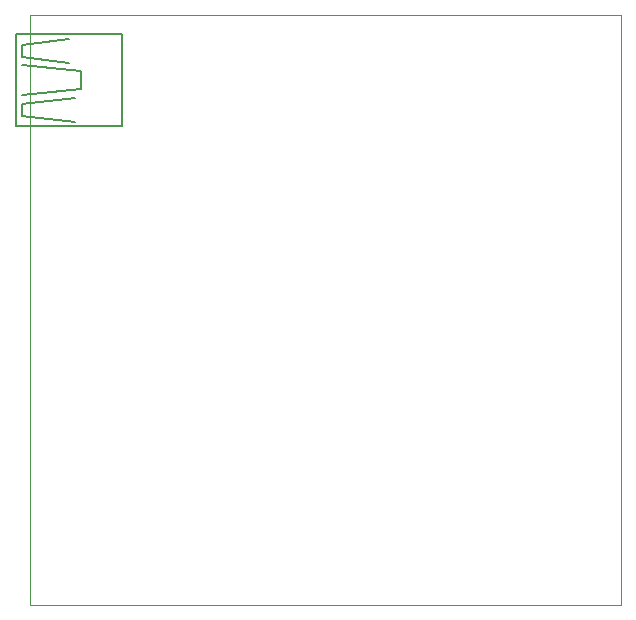
<source format=gbo>
G75*
%MOIN*%
%OFA0B0*%
%FSLAX25Y25*%
%IPPOS*%
%LPD*%
%AMOC8*
5,1,8,0,0,1.08239X$1,22.5*
%
%ADD10C,0.00000*%
%ADD11C,0.00500*%
D10*
X0006800Y0006800D02*
X0006800Y0203650D01*
X0203650Y0203650D01*
X0203650Y0006800D01*
X0006800Y0006800D01*
D11*
X0002036Y0166446D02*
X0037469Y0166446D01*
X0037469Y0197154D01*
X0002036Y0197154D01*
X0002036Y0166446D01*
X0004005Y0169989D02*
X0004005Y0173926D01*
X0021721Y0175894D01*
X0023690Y0178847D02*
X0004005Y0176879D01*
X0004005Y0169989D02*
X0021721Y0168020D01*
X0023690Y0178847D02*
X0023690Y0184753D01*
X0004005Y0186721D01*
X0004005Y0189674D02*
X0019753Y0187706D01*
X0019753Y0195580D02*
X0004005Y0193611D01*
X0004005Y0189674D01*
M02*

</source>
